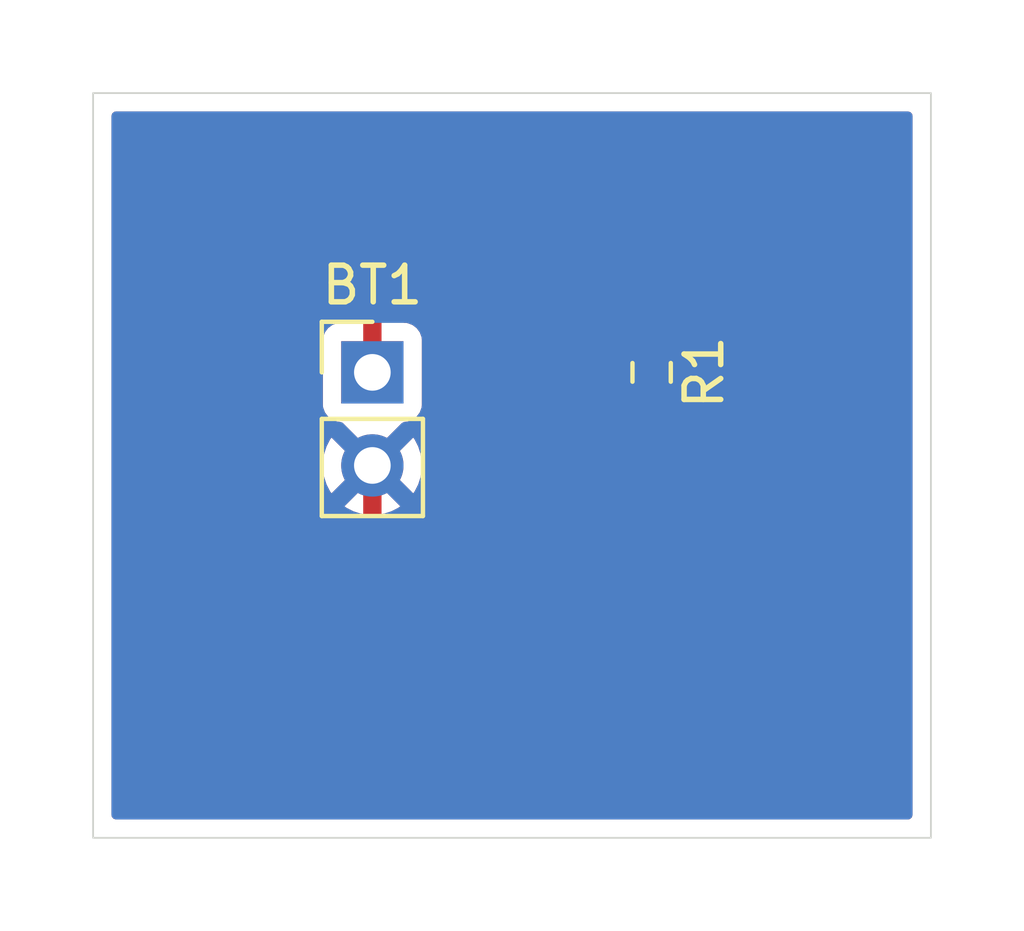
<source format=kicad_pcb>
(kicad_pcb (version 20241229) (generator "pcbnew") (generator_version "9.0")
  (layers (0 "F.Cu" signal) (2 "B.Cu" signal) (13 "F.Paste" user) (15 "B.Paste" user) (5 "F.SilkS" user "F.Silkscreen") (7 "B.SilkS" user "B.Silkscreen") (1 "F.Mask" user) (3 "B.Mask" user) (25 "Edge.Cuts" user))
  (net 0 "")
  (net 1 "Net-(BT1-+)")
  (net 2 "GND")
  (footprint "Resistor_SMD:R_0603_1608Metric_Pad0.98x0.95mm_HandSolder" (layer "F.Cu") (at 50.8 33.02 -90)
    (property "Reference" "R1" (at 0 -1.43 270) (layer "F.SilkS"))
    (property "Value" "1k")
    (fp_line (start -0.254724 0.5225) (end 0.254724 0.5225) (stroke (width 0.12)) (layer "F.SilkS"))
    (fp_line (start -0.254724 -0.5225) (end 0.254724 -0.5225) (stroke (width 0.12)) (layer "F.SilkS"))
    (pad "1" smd roundrect (at -0.9125 0 270) (size 0.975 0.95) (layers "F.Cu" "F.Mask" "F.Paste") (net 1 "Net-(BT1-+)"))
    (pad "2" smd roundrect (at 0.9125 0 270) (size 0.975 0.95) (layers "F.Cu" "F.Mask" "F.Paste") (net 2 "GND"))
  )
  (footprint "Connector_PinHeader_2.54mm:PinHeader_1x02_P2.54mm_Vertical" (layer "F.Cu") (at 43.18 33.02)
    (property "Reference" "BT1" (at 0 -2.38 0) (layer "F.SilkS"))
    (property "Value" "Battery")
    (fp_line (start -1.38 -1.38) (end 0 -1.38) (stroke (width 0.12)) (layer "F.SilkS"))
    (fp_line (start -1.38 0) (end -1.38 -1.38) (stroke (width 0.12)) (layer "F.SilkS"))
    (fp_line (start -1.38 1.27) (end -1.38 3.92) (stroke (width 0.12)) (layer "F.SilkS"))
    (fp_line (start -1.38 1.27) (end 1.38 1.27) (stroke (width 0.12)) (layer "F.SilkS"))
    (fp_line (start -1.38 3.92) (end 1.38 3.92) (stroke (width 0.12)) (layer "F.SilkS"))
    (fp_line (start 1.38 1.27) (end 1.38 3.92) (stroke (width 0.12)) (layer "F.SilkS"))
    (pad "1" thru_hole rect (at 0 0) (size 1.7 1.7) (drill 1) (layers "*.Cu" "*.Mask") (net 1 "Net-(BT1-+)"))
    (pad "2" thru_hole circle (at 0 2.54) (size 1.7 1.7) (drill 1) (layers "*.Cu" "*.Mask") (net 2 "GND"))
  )
  (gr_rect (start 35.56 25.4) (end 58.42 45.72) (stroke (width 0.05)) (fill no) (layer "Edge.Cuts"))
  (segment (start 43.18 33.02) (end 43.18 30.48) (width 0.5) (layer "F.Cu") (net 1))
  (segment (start 44.45 29.21) (end 49.53 29.21) (width 0.5) (layer "F.Cu") (net 1))
  (segment (start 49.53 29.21) (end 50.8 30.48) (width 0.5) (layer "F.Cu") (net 1))
  (segment (start 50.8 30.48) (end 50.8 32.195) (width 0.5) (layer "F.Cu") (net 1))
  (segment (start 43.18 30.48) (end 44.45 29.21) (width 0.5) (layer "F.Cu") (net 1))
  (segment (start 43.18 35.56) (end 43.18 38.1) (width 0.5) (layer "F.Cu") (net 2))
  (segment (start 49.53 39.37) (end 50.8 38.1) (width 0.5) (layer "F.Cu") (net 2))
  (segment (start 50.8 38.1) (end 50.8 33.845) (width 0.5) (layer "F.Cu") (net 2))
  (segment (start 43.18 38.1) (end 44.45 39.37) (width 0.5) (layer "F.Cu") (net 2))
  (segment (start 44.45 39.37) (end 49.53 39.37) (width 0.5) (layer "F.Cu") (net 2))
  (zone (net 2) (net_name "GND") (layers "F.Cu" "B.Cu") (connect_pads (clearance 0.5)) (min_thickness 0.25) (fill yes (thermal_gap 0.5) (thermal_bridge_width 0.5))
    (polygon (pts (xy 33.02 22.86) (xy 33.02 48.26) (xy 60.96 48.26) (xy 60.96 22.86)))
  )
)
</source>
